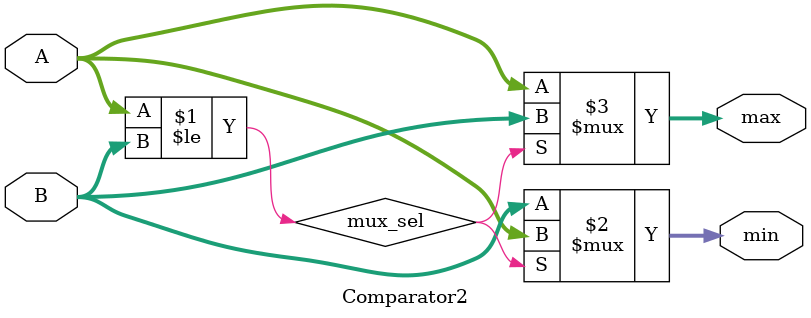
<source format=v>
module Comparator2 (
    input   [3:0]   A  ,  
    input   [3:0]   B  ,  
    output  [3:0]   min,  
    output  [3:0]   max  
);

///////////////////////////////
//	Write Your Design Here ~ //
///////////////////////////////
assign mux_sel = (A <= B);

//mux_min
assign min = (mux_sel)? A : B; 

//mux_max
assign max = (mux_sel)? B : A;

endmodule

</source>
